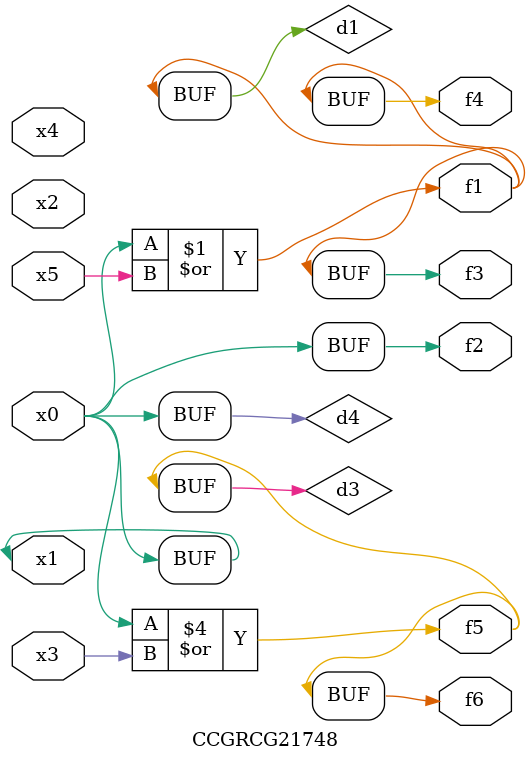
<source format=v>
module CCGRCG21748(
	input x0, x1, x2, x3, x4, x5,
	output f1, f2, f3, f4, f5, f6
);

	wire d1, d2, d3, d4;

	or (d1, x0, x5);
	xnor (d2, x1, x4);
	or (d3, x0, x3);
	buf (d4, x0, x1);
	assign f1 = d1;
	assign f2 = d4;
	assign f3 = d1;
	assign f4 = d1;
	assign f5 = d3;
	assign f6 = d3;
endmodule

</source>
